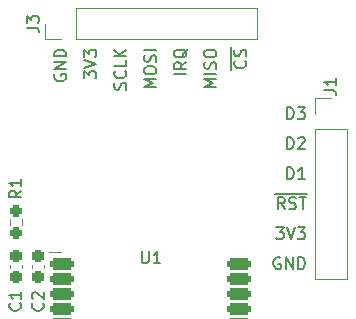
<source format=gto>
G04 #@! TF.GenerationSoftware,KiCad,Pcbnew,6.0.11+dfsg-1~bpo11+1*
G04 #@! TF.CreationDate,2023-03-04T12:31:31-08:00*
G04 #@! TF.ProjectId,sx1280_breakout,73783132-3830-45f6-9272-65616b6f7574,rev?*
G04 #@! TF.SameCoordinates,Original*
G04 #@! TF.FileFunction,Legend,Top*
G04 #@! TF.FilePolarity,Positive*
%FSLAX46Y46*%
G04 Gerber Fmt 4.6, Leading zero omitted, Abs format (unit mm)*
G04 Created by KiCad (PCBNEW 6.0.11+dfsg-1~bpo11+1) date 2023-03-04 12:31:31*
%MOMM*%
%LPD*%
G01*
G04 APERTURE LIST*
G04 Aperture macros list*
%AMRoundRect*
0 Rectangle with rounded corners*
0 $1 Rounding radius*
0 $2 $3 $4 $5 $6 $7 $8 $9 X,Y pos of 4 corners*
0 Add a 4 corners polygon primitive as box body*
4,1,4,$2,$3,$4,$5,$6,$7,$8,$9,$2,$3,0*
0 Add four circle primitives for the rounded corners*
1,1,$1+$1,$2,$3*
1,1,$1+$1,$4,$5*
1,1,$1+$1,$6,$7*
1,1,$1+$1,$8,$9*
0 Add four rect primitives between the rounded corners*
20,1,$1+$1,$2,$3,$4,$5,0*
20,1,$1+$1,$4,$5,$6,$7,0*
20,1,$1+$1,$6,$7,$8,$9,0*
20,1,$1+$1,$8,$9,$2,$3,0*%
G04 Aperture macros list end*
%ADD10C,0.150000*%
%ADD11C,0.120000*%
%ADD12RoundRect,0.250000X-0.750000X-0.250000X0.750000X-0.250000X0.750000X0.250000X-0.750000X0.250000X0*%
%ADD13RoundRect,0.237500X-0.237500X0.250000X-0.237500X-0.250000X0.237500X-0.250000X0.237500X0.250000X0*%
%ADD14RoundRect,0.237500X-0.237500X0.300000X-0.237500X-0.300000X0.237500X-0.300000X0.237500X0.300000X0*%
%ADD15C,3.200000*%
%ADD16R,1.700000X1.700000*%
%ADD17O,1.700000X1.700000*%
G04 APERTURE END LIST*
D10*
X146490000Y-94954880D02*
X146490000Y-93954880D01*
X147677142Y-94145357D02*
X147724761Y-94192976D01*
X147772380Y-94335833D01*
X147772380Y-94431071D01*
X147724761Y-94573928D01*
X147629523Y-94669166D01*
X147534285Y-94716785D01*
X147343809Y-94764404D01*
X147200952Y-94764404D01*
X147010476Y-94716785D01*
X146915238Y-94669166D01*
X146820000Y-94573928D01*
X146772380Y-94431071D01*
X146772380Y-94335833D01*
X146820000Y-94192976D01*
X146867619Y-94145357D01*
X146490000Y-93954880D02*
X146490000Y-93002500D01*
X147724761Y-93764404D02*
X147772380Y-93621547D01*
X147772380Y-93383452D01*
X147724761Y-93288214D01*
X147677142Y-93240595D01*
X147581904Y-93192976D01*
X147486666Y-93192976D01*
X147391428Y-93240595D01*
X147343809Y-93288214D01*
X147296190Y-93383452D01*
X147248571Y-93573928D01*
X147200952Y-93669166D01*
X147153333Y-93716785D01*
X147058095Y-93764404D01*
X146962857Y-93764404D01*
X146867619Y-93716785D01*
X146820000Y-93669166D01*
X146772380Y-93573928D01*
X146772380Y-93335833D01*
X146820000Y-93192976D01*
X145232380Y-96383452D02*
X144232380Y-96383452D01*
X144946666Y-96050119D01*
X144232380Y-95716785D01*
X145232380Y-95716785D01*
X145232380Y-95240595D02*
X144232380Y-95240595D01*
X145184761Y-94812023D02*
X145232380Y-94669166D01*
X145232380Y-94431071D01*
X145184761Y-94335833D01*
X145137142Y-94288214D01*
X145041904Y-94240595D01*
X144946666Y-94240595D01*
X144851428Y-94288214D01*
X144803809Y-94335833D01*
X144756190Y-94431071D01*
X144708571Y-94621547D01*
X144660952Y-94716785D01*
X144613333Y-94764404D01*
X144518095Y-94812023D01*
X144422857Y-94812023D01*
X144327619Y-94764404D01*
X144280000Y-94716785D01*
X144232380Y-94621547D01*
X144232380Y-94383452D01*
X144280000Y-94240595D01*
X144232380Y-93621547D02*
X144232380Y-93431071D01*
X144280000Y-93335833D01*
X144375238Y-93240595D01*
X144565714Y-93192976D01*
X144899047Y-93192976D01*
X145089523Y-93240595D01*
X145184761Y-93335833D01*
X145232380Y-93431071D01*
X145232380Y-93621547D01*
X145184761Y-93716785D01*
X145089523Y-93812023D01*
X144899047Y-93859642D01*
X144565714Y-93859642D01*
X144375238Y-93812023D01*
X144280000Y-93716785D01*
X144232380Y-93621547D01*
X142692380Y-95288214D02*
X141692380Y-95288214D01*
X142692380Y-94240595D02*
X142216190Y-94573928D01*
X142692380Y-94812023D02*
X141692380Y-94812023D01*
X141692380Y-94431071D01*
X141740000Y-94335833D01*
X141787619Y-94288214D01*
X141882857Y-94240595D01*
X142025714Y-94240595D01*
X142120952Y-94288214D01*
X142168571Y-94335833D01*
X142216190Y-94431071D01*
X142216190Y-94812023D01*
X142787619Y-93145357D02*
X142740000Y-93240595D01*
X142644761Y-93335833D01*
X142501904Y-93478690D01*
X142454285Y-93573928D01*
X142454285Y-93669166D01*
X142692380Y-93621547D02*
X142644761Y-93716785D01*
X142549523Y-93812023D01*
X142359047Y-93859642D01*
X142025714Y-93859642D01*
X141835238Y-93812023D01*
X141740000Y-93716785D01*
X141692380Y-93621547D01*
X141692380Y-93431071D01*
X141740000Y-93335833D01*
X141835238Y-93240595D01*
X142025714Y-93192976D01*
X142359047Y-93192976D01*
X142549523Y-93240595D01*
X142644761Y-93335833D01*
X142692380Y-93431071D01*
X142692380Y-93621547D01*
X140152380Y-96383452D02*
X139152380Y-96383452D01*
X139866666Y-96050119D01*
X139152380Y-95716785D01*
X140152380Y-95716785D01*
X139152380Y-95050119D02*
X139152380Y-94859642D01*
X139200000Y-94764404D01*
X139295238Y-94669166D01*
X139485714Y-94621547D01*
X139819047Y-94621547D01*
X140009523Y-94669166D01*
X140104761Y-94764404D01*
X140152380Y-94859642D01*
X140152380Y-95050119D01*
X140104761Y-95145357D01*
X140009523Y-95240595D01*
X139819047Y-95288214D01*
X139485714Y-95288214D01*
X139295238Y-95240595D01*
X139200000Y-95145357D01*
X139152380Y-95050119D01*
X140104761Y-94240595D02*
X140152380Y-94097738D01*
X140152380Y-93859642D01*
X140104761Y-93764404D01*
X140057142Y-93716785D01*
X139961904Y-93669166D01*
X139866666Y-93669166D01*
X139771428Y-93716785D01*
X139723809Y-93764404D01*
X139676190Y-93859642D01*
X139628571Y-94050119D01*
X139580952Y-94145357D01*
X139533333Y-94192976D01*
X139438095Y-94240595D01*
X139342857Y-94240595D01*
X139247619Y-94192976D01*
X139200000Y-94145357D01*
X139152380Y-94050119D01*
X139152380Y-93812023D01*
X139200000Y-93669166D01*
X140152380Y-93240595D02*
X139152380Y-93240595D01*
X137564761Y-96573928D02*
X137612380Y-96431071D01*
X137612380Y-96192976D01*
X137564761Y-96097738D01*
X137517142Y-96050119D01*
X137421904Y-96002500D01*
X137326666Y-96002500D01*
X137231428Y-96050119D01*
X137183809Y-96097738D01*
X137136190Y-96192976D01*
X137088571Y-96383452D01*
X137040952Y-96478690D01*
X136993333Y-96526309D01*
X136898095Y-96573928D01*
X136802857Y-96573928D01*
X136707619Y-96526309D01*
X136660000Y-96478690D01*
X136612380Y-96383452D01*
X136612380Y-96145357D01*
X136660000Y-96002500D01*
X137517142Y-95002500D02*
X137564761Y-95050119D01*
X137612380Y-95192976D01*
X137612380Y-95288214D01*
X137564761Y-95431071D01*
X137469523Y-95526309D01*
X137374285Y-95573928D01*
X137183809Y-95621547D01*
X137040952Y-95621547D01*
X136850476Y-95573928D01*
X136755238Y-95526309D01*
X136660000Y-95431071D01*
X136612380Y-95288214D01*
X136612380Y-95192976D01*
X136660000Y-95050119D01*
X136707619Y-95002500D01*
X137612380Y-94097738D02*
X137612380Y-94573928D01*
X136612380Y-94573928D01*
X137612380Y-93764404D02*
X136612380Y-93764404D01*
X137612380Y-93192976D02*
X137040952Y-93621547D01*
X136612380Y-93192976D02*
X137183809Y-93764404D01*
X134072380Y-95621547D02*
X134072380Y-95002500D01*
X134453333Y-95335833D01*
X134453333Y-95192976D01*
X134500952Y-95097738D01*
X134548571Y-95050119D01*
X134643809Y-95002500D01*
X134881904Y-95002500D01*
X134977142Y-95050119D01*
X135024761Y-95097738D01*
X135072380Y-95192976D01*
X135072380Y-95478690D01*
X135024761Y-95573928D01*
X134977142Y-95621547D01*
X134072380Y-94716785D02*
X135072380Y-94383452D01*
X134072380Y-94050119D01*
X134072380Y-93812023D02*
X134072380Y-93192976D01*
X134453333Y-93526309D01*
X134453333Y-93383452D01*
X134500952Y-93288214D01*
X134548571Y-93240595D01*
X134643809Y-93192976D01*
X134881904Y-93192976D01*
X134977142Y-93240595D01*
X135024761Y-93288214D01*
X135072380Y-93383452D01*
X135072380Y-93669166D01*
X135024761Y-93764404D01*
X134977142Y-93812023D01*
X131580000Y-95288214D02*
X131532380Y-95383452D01*
X131532380Y-95526309D01*
X131580000Y-95669166D01*
X131675238Y-95764404D01*
X131770476Y-95812023D01*
X131960952Y-95859642D01*
X132103809Y-95859642D01*
X132294285Y-95812023D01*
X132389523Y-95764404D01*
X132484761Y-95669166D01*
X132532380Y-95526309D01*
X132532380Y-95431071D01*
X132484761Y-95288214D01*
X132437142Y-95240595D01*
X132103809Y-95240595D01*
X132103809Y-95431071D01*
X132532380Y-94812023D02*
X131532380Y-94812023D01*
X132532380Y-94240595D01*
X131532380Y-94240595D01*
X132532380Y-93764404D02*
X131532380Y-93764404D01*
X131532380Y-93526309D01*
X131580000Y-93383452D01*
X131675238Y-93288214D01*
X131770476Y-93240595D01*
X131960952Y-93192976D01*
X132103809Y-93192976D01*
X132294285Y-93240595D01*
X132389523Y-93288214D01*
X132484761Y-93383452D01*
X132532380Y-93526309D01*
X132532380Y-93764404D01*
X150651785Y-110820000D02*
X150556547Y-110772380D01*
X150413690Y-110772380D01*
X150270833Y-110820000D01*
X150175595Y-110915238D01*
X150127976Y-111010476D01*
X150080357Y-111200952D01*
X150080357Y-111343809D01*
X150127976Y-111534285D01*
X150175595Y-111629523D01*
X150270833Y-111724761D01*
X150413690Y-111772380D01*
X150508928Y-111772380D01*
X150651785Y-111724761D01*
X150699404Y-111677142D01*
X150699404Y-111343809D01*
X150508928Y-111343809D01*
X151127976Y-111772380D02*
X151127976Y-110772380D01*
X151699404Y-111772380D01*
X151699404Y-110772380D01*
X152175595Y-111772380D02*
X152175595Y-110772380D01*
X152413690Y-110772380D01*
X152556547Y-110820000D01*
X152651785Y-110915238D01*
X152699404Y-111010476D01*
X152747023Y-111200952D01*
X152747023Y-111343809D01*
X152699404Y-111534285D01*
X152651785Y-111629523D01*
X152556547Y-111724761D01*
X152413690Y-111772380D01*
X152175595Y-111772380D01*
X150318452Y-108232380D02*
X150937500Y-108232380D01*
X150604166Y-108613333D01*
X150747023Y-108613333D01*
X150842261Y-108660952D01*
X150889880Y-108708571D01*
X150937500Y-108803809D01*
X150937500Y-109041904D01*
X150889880Y-109137142D01*
X150842261Y-109184761D01*
X150747023Y-109232380D01*
X150461309Y-109232380D01*
X150366071Y-109184761D01*
X150318452Y-109137142D01*
X151223214Y-108232380D02*
X151556547Y-109232380D01*
X151889880Y-108232380D01*
X152127976Y-108232380D02*
X152747023Y-108232380D01*
X152413690Y-108613333D01*
X152556547Y-108613333D01*
X152651785Y-108660952D01*
X152699404Y-108708571D01*
X152747023Y-108803809D01*
X152747023Y-109041904D01*
X152699404Y-109137142D01*
X152651785Y-109184761D01*
X152556547Y-109232380D01*
X152270833Y-109232380D01*
X152175595Y-109184761D01*
X152127976Y-109137142D01*
X151223214Y-99072380D02*
X151223214Y-98072380D01*
X151461309Y-98072380D01*
X151604166Y-98120000D01*
X151699404Y-98215238D01*
X151747023Y-98310476D01*
X151794642Y-98500952D01*
X151794642Y-98643809D01*
X151747023Y-98834285D01*
X151699404Y-98929523D01*
X151604166Y-99024761D01*
X151461309Y-99072380D01*
X151223214Y-99072380D01*
X152127976Y-98072380D02*
X152747023Y-98072380D01*
X152413690Y-98453333D01*
X152556547Y-98453333D01*
X152651785Y-98500952D01*
X152699404Y-98548571D01*
X152747023Y-98643809D01*
X152747023Y-98881904D01*
X152699404Y-98977142D01*
X152651785Y-99024761D01*
X152556547Y-99072380D01*
X152270833Y-99072380D01*
X152175595Y-99024761D01*
X152127976Y-98977142D01*
X150223214Y-105410000D02*
X151223214Y-105410000D01*
X151032738Y-106692380D02*
X150699404Y-106216190D01*
X150461309Y-106692380D02*
X150461309Y-105692380D01*
X150842261Y-105692380D01*
X150937500Y-105740000D01*
X150985119Y-105787619D01*
X151032738Y-105882857D01*
X151032738Y-106025714D01*
X150985119Y-106120952D01*
X150937500Y-106168571D01*
X150842261Y-106216190D01*
X150461309Y-106216190D01*
X151223214Y-105410000D02*
X152175595Y-105410000D01*
X151413690Y-106644761D02*
X151556547Y-106692380D01*
X151794642Y-106692380D01*
X151889880Y-106644761D01*
X151937500Y-106597142D01*
X151985119Y-106501904D01*
X151985119Y-106406666D01*
X151937500Y-106311428D01*
X151889880Y-106263809D01*
X151794642Y-106216190D01*
X151604166Y-106168571D01*
X151508928Y-106120952D01*
X151461309Y-106073333D01*
X151413690Y-105978095D01*
X151413690Y-105882857D01*
X151461309Y-105787619D01*
X151508928Y-105740000D01*
X151604166Y-105692380D01*
X151842261Y-105692380D01*
X151985119Y-105740000D01*
X152175595Y-105410000D02*
X152937500Y-105410000D01*
X152270833Y-105692380D02*
X152842261Y-105692380D01*
X152556547Y-106692380D02*
X152556547Y-105692380D01*
X151223214Y-101612380D02*
X151223214Y-100612380D01*
X151461309Y-100612380D01*
X151604166Y-100660000D01*
X151699404Y-100755238D01*
X151747023Y-100850476D01*
X151794642Y-101040952D01*
X151794642Y-101183809D01*
X151747023Y-101374285D01*
X151699404Y-101469523D01*
X151604166Y-101564761D01*
X151461309Y-101612380D01*
X151223214Y-101612380D01*
X152175595Y-100707619D02*
X152223214Y-100660000D01*
X152318452Y-100612380D01*
X152556547Y-100612380D01*
X152651785Y-100660000D01*
X152699404Y-100707619D01*
X152747023Y-100802857D01*
X152747023Y-100898095D01*
X152699404Y-101040952D01*
X152127976Y-101612380D01*
X152747023Y-101612380D01*
X151223214Y-104152380D02*
X151223214Y-103152380D01*
X151461309Y-103152380D01*
X151604166Y-103200000D01*
X151699404Y-103295238D01*
X151747023Y-103390476D01*
X151794642Y-103580952D01*
X151794642Y-103723809D01*
X151747023Y-103914285D01*
X151699404Y-104009523D01*
X151604166Y-104104761D01*
X151461309Y-104152380D01*
X151223214Y-104152380D01*
X152747023Y-104152380D02*
X152175595Y-104152380D01*
X152461309Y-104152380D02*
X152461309Y-103152380D01*
X152366071Y-103295238D01*
X152270833Y-103390476D01*
X152175595Y-103438095D01*
X138938095Y-110272380D02*
X138938095Y-111081904D01*
X138985714Y-111177142D01*
X139033333Y-111224761D01*
X139128571Y-111272380D01*
X139319047Y-111272380D01*
X139414285Y-111224761D01*
X139461904Y-111177142D01*
X139509523Y-111081904D01*
X139509523Y-110272380D01*
X140509523Y-111272380D02*
X139938095Y-111272380D01*
X140223809Y-111272380D02*
X140223809Y-110272380D01*
X140128571Y-110415238D01*
X140033333Y-110510476D01*
X139938095Y-110558095D01*
X128722380Y-105136666D02*
X128246190Y-105470000D01*
X128722380Y-105708095D02*
X127722380Y-105708095D01*
X127722380Y-105327142D01*
X127770000Y-105231904D01*
X127817619Y-105184285D01*
X127912857Y-105136666D01*
X128055714Y-105136666D01*
X128150952Y-105184285D01*
X128198571Y-105231904D01*
X128246190Y-105327142D01*
X128246190Y-105708095D01*
X128722380Y-104184285D02*
X128722380Y-104755714D01*
X128722380Y-104470000D02*
X127722380Y-104470000D01*
X127865238Y-104565238D01*
X127960476Y-104660476D01*
X128008095Y-104755714D01*
X130532142Y-114661666D02*
X130579761Y-114709285D01*
X130627380Y-114852142D01*
X130627380Y-114947380D01*
X130579761Y-115090238D01*
X130484523Y-115185476D01*
X130389285Y-115233095D01*
X130198809Y-115280714D01*
X130055952Y-115280714D01*
X129865476Y-115233095D01*
X129770238Y-115185476D01*
X129675000Y-115090238D01*
X129627380Y-114947380D01*
X129627380Y-114852142D01*
X129675000Y-114709285D01*
X129722619Y-114661666D01*
X129722619Y-114280714D02*
X129675000Y-114233095D01*
X129627380Y-114137857D01*
X129627380Y-113899761D01*
X129675000Y-113804523D01*
X129722619Y-113756904D01*
X129817857Y-113709285D01*
X129913095Y-113709285D01*
X130055952Y-113756904D01*
X130627380Y-114328333D01*
X130627380Y-113709285D01*
X128627142Y-114661666D02*
X128674761Y-114709285D01*
X128722380Y-114852142D01*
X128722380Y-114947380D01*
X128674761Y-115090238D01*
X128579523Y-115185476D01*
X128484285Y-115233095D01*
X128293809Y-115280714D01*
X128150952Y-115280714D01*
X127960476Y-115233095D01*
X127865238Y-115185476D01*
X127770000Y-115090238D01*
X127722380Y-114947380D01*
X127722380Y-114852142D01*
X127770000Y-114709285D01*
X127817619Y-114661666D01*
X128722380Y-113709285D02*
X128722380Y-114280714D01*
X128722380Y-113995000D02*
X127722380Y-113995000D01*
X127865238Y-114090238D01*
X127960476Y-114185476D01*
X128008095Y-114280714D01*
X129202380Y-91333333D02*
X129916666Y-91333333D01*
X130059523Y-91380952D01*
X130154761Y-91476190D01*
X130202380Y-91619047D01*
X130202380Y-91714285D01*
X129202380Y-90952380D02*
X129202380Y-90333333D01*
X129583333Y-90666666D01*
X129583333Y-90523809D01*
X129630952Y-90428571D01*
X129678571Y-90380952D01*
X129773809Y-90333333D01*
X130011904Y-90333333D01*
X130107142Y-90380952D01*
X130154761Y-90428571D01*
X130202380Y-90523809D01*
X130202380Y-90809523D01*
X130154761Y-90904761D01*
X130107142Y-90952380D01*
X154392380Y-96623333D02*
X155106666Y-96623333D01*
X155249523Y-96670952D01*
X155344761Y-96766190D01*
X155392380Y-96909047D01*
X155392380Y-97004285D01*
X155392380Y-95623333D02*
X155392380Y-96194761D01*
X155392380Y-95909047D02*
X154392380Y-95909047D01*
X154535238Y-96004285D01*
X154630476Y-96099523D01*
X154678095Y-96194761D01*
D11*
X131080000Y-110320000D02*
X132080000Y-110320000D01*
X128792500Y-107532776D02*
X128792500Y-108042224D01*
X127747500Y-107532776D02*
X127747500Y-108042224D01*
X130685000Y-111401233D02*
X130685000Y-111693767D01*
X129665000Y-111401233D02*
X129665000Y-111693767D01*
X128780000Y-111401233D02*
X128780000Y-111693767D01*
X127760000Y-111401233D02*
X127760000Y-111693767D01*
X133350000Y-92330000D02*
X133350000Y-89670000D01*
X133350000Y-92330000D02*
X148650000Y-92330000D01*
X130750000Y-92330000D02*
X130750000Y-91000000D01*
X148650000Y-92330000D02*
X148650000Y-89670000D01*
X132080000Y-92330000D02*
X130750000Y-92330000D01*
X133350000Y-89670000D02*
X148650000Y-89670000D01*
X153610000Y-99890000D02*
X153610000Y-112650000D01*
X153610000Y-97290000D02*
X154940000Y-97290000D01*
X153610000Y-112650000D02*
X156270000Y-112650000D01*
X153610000Y-99890000D02*
X156270000Y-99890000D01*
X156270000Y-99890000D02*
X156270000Y-112650000D01*
X153610000Y-98620000D02*
X153610000Y-97290000D01*
%LPC*%
D12*
X132200000Y-111320000D03*
X132200000Y-112590000D03*
X132200000Y-113860000D03*
X132200000Y-115130000D03*
X132200000Y-116400000D03*
X132200000Y-117670000D03*
X132200000Y-118940000D03*
X147200000Y-118940000D03*
X147200000Y-117670000D03*
X147200000Y-116400000D03*
X147200000Y-115130000D03*
X147200000Y-113860000D03*
X147200000Y-112590000D03*
X147200000Y-111320000D03*
D13*
X128270000Y-106875000D03*
X128270000Y-108700000D03*
D14*
X130175000Y-110685000D03*
X130175000Y-112410000D03*
X128270000Y-110685000D03*
X128270000Y-112410000D03*
D15*
X154900000Y-120000000D03*
X124500000Y-120000000D03*
X154900000Y-91500000D03*
X124500000Y-91500000D03*
D16*
X132080000Y-91000000D03*
D17*
X134620000Y-91000000D03*
X137160000Y-91000000D03*
X139700000Y-91000000D03*
X142240000Y-91000000D03*
X144780000Y-91000000D03*
X147320000Y-91000000D03*
X154940000Y-111320000D03*
X154940000Y-108780000D03*
X154940000Y-106240000D03*
X154940000Y-103700000D03*
X154940000Y-101160000D03*
D16*
X154940000Y-98620000D03*
M02*

</source>
